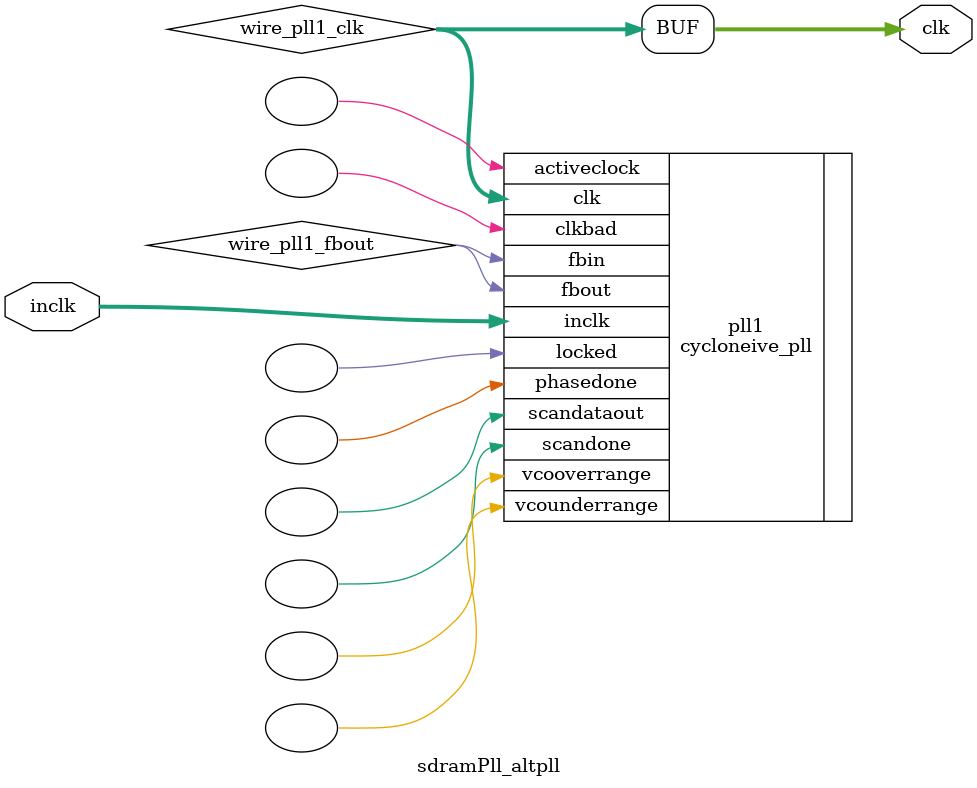
<source format=v>






//synthesis_resources = cycloneive_pll 1 
//synopsys translate_off
`timescale 1 ps / 1 ps
//synopsys translate_on
module  sdramPll_altpll
	( 
	clk,
	inclk) /* synthesis synthesis_clearbox=1 */;
	output   [4:0]  clk;
	input   [1:0]  inclk;
`ifndef ALTERA_RESERVED_QIS
// synopsys translate_off
`endif
	tri0   [1:0]  inclk;
`ifndef ALTERA_RESERVED_QIS
// synopsys translate_on
`endif

	wire  [4:0]   wire_pll1_clk;
	wire  wire_pll1_fbout;

	cycloneive_pll   pll1
	( 
	.activeclock(),
	.clk(wire_pll1_clk),
	.clkbad(),
	.fbin(wire_pll1_fbout),
	.fbout(wire_pll1_fbout),
	.inclk(inclk),
	.locked(),
	.phasedone(),
	.scandataout(),
	.scandone(),
	.vcooverrange(),
	.vcounderrange()
	`ifndef FORMAL_VERIFICATION
	// synopsys translate_off
	`endif
	,
	.areset(1'b0),
	.clkswitch(1'b0),
	.configupdate(1'b0),
	.pfdena(1'b1),
	.phasecounterselect({3{1'b0}}),
	.phasestep(1'b0),
	.phaseupdown(1'b0),
	.scanclk(1'b0),
	.scanclkena(1'b1),
	.scandata(1'b0)
	`ifndef FORMAL_VERIFICATION
	// synopsys translate_on
	`endif
	);
	defparam
		pll1.bandwidth_type = "auto",
		pll1.clk0_divide_by = 1,
		pll1.clk0_duty_cycle = 50,
		pll1.clk0_multiply_by = 4,
		pll1.clk0_phase_shift = "0",
		pll1.compensate_clock = "clk0",
		pll1.inclk0_input_frequency = 20000,
		pll1.operation_mode = "normal",
		pll1.pll_type = "auto",
		pll1.lpm_type = "cycloneive_pll";
	assign
		clk = {wire_pll1_clk[4:0]};
endmodule //sdramPll_altpll
//VALID FILE

</source>
